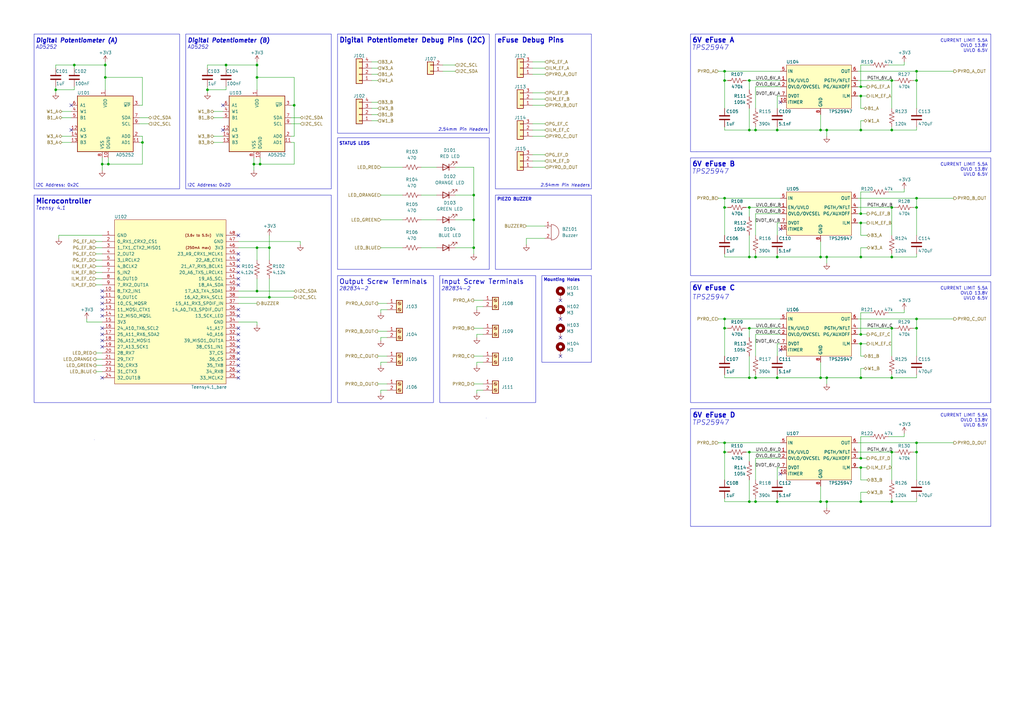
<source format=kicad_sch>
(kicad_sch (version 20230121) (generator eeschema)
  (paper "A3")
  (title_block (title "SPARK Testing Board") (date "2023-09-19") (rev "A") (company "Illinois Space Society") (comment 4 "Contributors: Ajay Nagi Reddy Kumdam, Bryce Mikos"))
  (lib_symbols
    (symbol "Connector:Screw_Terminal_01x02" (pin_names (offset 1.016) hide)
      (property "Reference" "J" (at 0 2.54 0))
      (property "Value" "Screw_Terminal_01x02" (at 0 -5.08 0))
      (symbol "Screw_Terminal_01x02_1_1"
        (pin passive line (at -5.08 0 0) (length 3.81) (name "Pin_1") (number "1"))
        (pin passive line (at -5.08 -2.54 0) (length 3.81) (name "Pin_2") (number "2"))
      )
    )
    (symbol "Connector_Generic:Conn_01x02" (pin_names (offset 1.016) hide)
      (property "Reference" "J" (at 0 2.54 0))
      (property "Value" "Conn_01x02" (at 0 -5.08 0))
      (symbol "Conn_01x02_1_1"
        (pin passive line (at -5.08 0 0) (length 3.81) (name "Pin_1") (number "1"))
        (pin passive line (at -5.08 -2.54 0) (length 3.81) (name "Pin_2") (number "2"))
      )
    )
    (symbol "Connector_Generic:Conn_01x03" (pin_names (offset 1.016) hide)
      (property "Reference" "J" (at 0 5.08 0))
      (property "Value" "Conn_01x03" (at 0 -5.08 0))
      (symbol "Conn_01x03_1_1"
        (pin passive line (at -5.08 2.54 0) (length 3.81) (name "Pin_1") (number "1"))
        (pin passive line (at -5.08 0 0) (length 3.81) (name "Pin_2") (number "2"))
        (pin passive line (at -5.08 -2.54 0) (length 3.81) (name "Pin_3") (number "3"))
      )
    )
    (symbol "Connector_Generic:Conn_01x04" (pin_names (offset 1.016) hide)
      (property "Reference" "J" (at 0 5.08 0))
      (property "Value" "Conn_01x04" (at 0 -7.62 0))
      (symbol "Conn_01x04_1_1"
        (pin passive line (at -5.08 2.54 0) (length 3.81) (name "Pin_1") (number "1"))
        (pin passive line (at -5.08 0 0) (length 3.81) (name "Pin_2") (number "2"))
        (pin passive line (at -5.08 -2.54 0) (length 3.81) (name "Pin_3") (number "3"))
        (pin passive line (at -5.08 -5.08 0) (length 3.81) (name "Pin_4") (number "4"))
      )
    )
    (symbol "Device:Buzzer" (pin_names (offset 0.0254) hide)
      (property "Reference" "BZ" (at 3.81 1.27 0))
      (property "Value" "Buzzer" (at 3.81 -1.27 0))
      (symbol "Buzzer_1_1"
        (pin passive line (at -2.54 2.54 0) (length 2.54) (name "-") (number "1"))
        (pin passive line (at -2.54 -2.54 0) (length 2.54) (name "+") (number "2"))
      )
    )
    (symbol "Device:C" (pin_numbers hide) (pin_names (offset 0.254))
      (property "Reference" "C" (at 0.635 2.54 0))
      (property "Value" "C" (at 0.635 -2.54 0))
      (symbol "C_1_1"
        (pin passive line (at 0 3.81 270) (length 2.794) (name "~") (number "1"))
        (pin passive line (at 0 -3.81 90) (length 2.794) (name "~") (number "2"))
      )
    )
    (symbol "Device:LED" (pin_numbers hide) (pin_names (offset 1.016) hide)
      (property "Reference" "D" (at 0 2.54 0))
      (property "Value" "LED" (at 0 -2.54 0))
      (symbol "LED_1_1"
        (pin passive line (at -3.81 0 0) (length 2.54) (name "K") (number "1"))
        (pin passive line (at 3.81 0 180) (length 2.54) (name "A") (number "2"))
      )
    )
    (symbol "Device:R_US" (pin_numbers hide) (pin_names (offset 0))
      (property "Reference" "R" (at 2.54 0 90))
      (property "Value" "R_US" (at -2.54 0 90))
      (symbol "R_US_1_1"
        (pin passive line (at 0 3.81 270) (length 1.27) (name "~") (number "1"))
        (pin passive line (at 0 -3.81 90) (length 1.27) (name "~") (number "2"))
      )
    )
    (symbol "MCU_Teensy:Teensy4.1_bare" (pin_names (offset 1.016))
      (property "Reference" "U2" (at 0 66.04 0))
      (property "Value" "Teensy4.1_bare" (at 0 63.5 0))
      (property "Footprint" "Teensy4.1bare:Teensy41_bare_pins" (at 0 -13.97 0))
      (symbol "Teensy4.1_bare_0_0"
        (text "(250mA max)" (at 11.43 49.53 0) (effects (font (size 1.016 1.016))))
        (text "(3.6v to 5.5v)" (at 11.43 54.61 0) (effects (font (size 1.016 1.016))))
        (pin bidirectional line (at -27.94 31.75 0) (length 5.08) (name "8_TX2_IN1") (number "10"))
        (pin bidirectional line (at -27.94 29.21 0) (length 5.08) (name "9_OUT1C") (number "11"))
        (pin bidirectional line (at -27.94 26.67 0) (length 5.08) (name "10_CS_MQSR") (number "12"))
        (pin bidirectional line (at -27.94 24.13 0) (length 5.08) (name "11_MOSI_CTX1") (number "13"))
        (pin bidirectional line (at -27.94 21.59 0) (length 5.08) (name "12_MISO_MQSL") (number "14"))
        (pin power_in line (at -27.94 19.05 0) (length 5.08) (name "3V3") (number "15"))
        (pin bidirectional line (at -27.94 16.51 0) (length 5.08) (name "24_A10_TX6_SCL2") (number "16"))
        (pin bidirectional line (at -27.94 13.97 0) (length 5.08) (name "25_A11_RX6_SDA2") (number "17"))
        (pin bidirectional line (at -27.94 11.43 0) (length 5.08) (name "26_A12_MOSI1") (number "18"))
        (pin bidirectional line (at -27.94 8.89 0) (length 5.08) (name "27_A13_SCK1") (number "19"))
        (pin bidirectional line (at -27.94 6.35 0) (length 5.08) (name "28_RX7") (number "20"))
        (pin bidirectional line (at -27.94 3.81 0) (length 5.08) (name "29_TX7") (number "21"))
        (pin bidirectional line (at -27.94 1.27 0) (length 5.08) (name "30_CRX3") (number "22"))
        (pin bidirectional line (at -27.94 -1.27 0) (length 5.08) (name "31_CTX3") (number "23"))
        (pin bidirectional line (at -27.94 -3.81 0) (length 5.08) (name "32_OUT1B") (number "24"))
        (pin bidirectional line (at 27.94 -3.81 180) (length 5.08) (name "33_MCLK2") (number "25"))
        (pin bidirectional line (at 27.94 -1.27 180) (length 5.08) (name "34_RX8") (number "26"))
        (pin bidirectional line (at 27.94 1.27 180) (length 5.08) (name "35_TX8") (number "27"))
        (pin bidirectional line (at 27.94 3.81 180) (length 5.08) (name "36_CS") (number "28"))
        (pin bidirectional line (at 27.94 6.35 180) (length 5.08) (name "37_CS") (number "29"))
        (pin bidirectional line (at 27.94 8.89 180) (length 5.08) (name "38_CS1_IN1") (number "30"))
        (pin bidirectional line (at 27.94 11.43 180) (length 5.08) (name "39_MISO1_OUT1A") (number "31"))
        (pin bidirectional line (at 27.94 13.97 180) (length 5.08) (name "40_A16") (number "32"))
        (pin bidirectional line (at 27.94 16.51 180) (length 5.08) (name "41_A17") (number "33"))
        (pin bidirectional line (at 27.94 21.59 180) (length 5.08) (name "13_SCK_LED") (number "35"))
        (pin bidirectional line (at 27.94 24.13 180) (length 5.08) (name "14_A0_TX3_SPDIF_OUT") (number "36"))
        (pin bidirectional line (at 27.94 26.67 180) (length 5.08) (name "15_A1_RX3_SPDIF_IN") (number "37"))
        (pin bidirectional line (at 27.94 29.21 180) (length 5.08) (name "16_A2_RX4_SCL1") (number "38"))
        (pin bidirectional line (at 27.94 31.75 180) (length 5.08) (name "17_A3_TX4_SDA1") (number "39"))
        (pin bidirectional line (at 27.94 34.29 180) (length 5.08) (name "18_A4_SDA") (number "40"))
        (pin bidirectional line (at 27.94 36.83 180) (length 5.08) (name "19_A5_SCL") (number "41"))
        (pin bidirectional line (at 27.94 39.37 180) (length 5.08) (name "20_A6_TX5_LRCLK1") (number "42"))
        (pin bidirectional line (at 27.94 41.91 180) (length 5.08) (name "21_A7_RX5_BCLK1") (number "43"))
        (pin bidirectional line (at 27.94 44.45 180) (length 5.08) (name "22_A8_CTX1") (number "44"))
        (pin bidirectional line (at 27.94 46.99 180) (length 5.08) (name "23_A9_CRX1_MCLK1") (number "45"))
        (pin power_in line (at 27.94 49.53 180) (length 5.08) (name "3V3") (number "46"))
        (pin power_in line (at 27.94 52.07 180) (length 5.08) (name "GND") (number "47"))
        (pin power_in line (at 27.94 54.61 180) (length 5.08) (name "VIN") (number "48"))
        (pin bidirectional line (at -27.94 44.45 0) (length 5.08) (name "3_LRCLK2") (number "5"))
        (pin bidirectional line (at -27.94 41.91 0) (length 5.08) (name "4_BCLK2") (number "6"))
        (pin bidirectional line (at -27.94 39.37 0) (length 5.08) (name "5_IN2") (number "7"))
        (pin bidirectional line (at -27.94 36.83 0) (length 5.08) (name "6_OUT1D") (number "8"))
        (pin bidirectional line (at -27.94 34.29 0) (length 5.08) (name "7_RX2_OUT1A") (number "9"))
      )
      (symbol "Teensy4.1_bare_1_1"
        (pin power_in line (at -27.94 54.61 0) (length 5.08) (name "GND") (number "1"))
        (pin bidirectional line (at -27.94 52.07 0) (length 5.08) (name "0_RX1_CRX2_CS1") (number "2"))
        (pin bidirectional line (at -27.94 49.53 0) (length 5.08) (name "1_TX1_CTX2_MISO1") (number "3"))
        (pin power_in line (at 27.94 19.05 180) (length 5.08) (name "GND") (number "34"))
        (pin bidirectional line (at -27.94 46.99 0) (length 5.08) (name "2_OUT2") (number "4"))
      )
    )
    (symbol "Mechanical:MountingHole_Pad" (pin_numbers hide) (pin_names (offset 1.016) hide)
      (property "Reference" "H" (at 0 6.35 0))
      (property "Value" "MountingHole_Pad" (at 0 4.445 0))
      (symbol "MountingHole_Pad_1_1"
        (pin input line (at 0 -2.54 90) (length 2.54) (name "1") (number "1"))
      )
    )
    (symbol "Potentiometer_Analog:AD5252" (pin_names (offset 1.016))
      (property "Reference" "U" (at -11.43 12.7 0))
      (property "Value" "AD5252" (at 3.81 -13.97 0))
      (symbol "AD5252_1_0"
        (pin power_in line (at 0 13.97 270) (length 2.54) (name "VDD") (number "1"))
        (pin passive line (at 1.27 -13.97 90) (length 2.54) (name "DGND") (number "10"))
        (pin passive line (at 13.97 -7.62 180) (length 2.54) (name "AD1") (number "11"))
        (pin passive line (at -13.97 -2.54 0) (length 2.54) (name "A3") (number "12"))
        (pin passive line (at -13.97 -7.62 0) (length 2.54) (name "B3") (number "13"))
        (pin passive line (at -13.97 -5.08 0) (length 2.54) (name "W3") (number "14"))
        (pin passive line (at 13.97 -5.08 180) (length 2.54) (name "AD0") (number "2"))
        (pin passive line (at 13.97 7.62 180) (length 2.54) (name "~{WP}") (number "3"))
        (pin passive line (at -13.97 5.08 0) (length 2.54) (name "W1") (number "4"))
        (pin passive line (at -13.97 2.54 0) (length 2.54) (name "B1") (number "5"))
        (pin passive line (at -13.97 7.62 0) (length 2.54) (name "A1") (number "6"))
        (pin passive line (at 13.97 2.54 180) (length 2.54) (name "SDA") (number "7"))
        (pin power_in line (at -1.27 -13.97 90) (length 2.54) (name "VSS") (number "8"))
        (pin passive line (at 13.97 0 180) (length 2.54) (name "SCL") (number "9"))
      )
    )
    (symbol "Power_eFuse:TPS25947"
      (property "Reference" "U" (at -13.97 12.7 0))
      (property "Value" "TPS25947" (at 8.255 12.7 0))
      (symbol "TPS25947_0_0"
        (pin input line (at -16.51 5.08 0) (length 2.54) (name "EN/UVLO") (number "1"))
        (pin output line (at -16.51 -3.81 0) (length 2.54) (name "ITIMER") (number "10"))
        (pin input line (at -16.51 2.54 0) (length 2.54) (name "OVLO/OVCSEL") (number "2"))
        (pin output line (at 15.24 2.54 180) (length 2.54) (name "PG/AUXOFF") (number "3"))
        (pin bidirectional line (at 15.24 5.08 180) (length 2.54) (name "PGTH/NFLT") (number "4"))
        (pin power_in line (at -16.51 8.89 0) (length 2.54) (name "IN") (number "5"))
        (pin power_out line (at 15.24 8.89 180) (length 2.54) (name "OUT") (number "6"))
        (pin output line (at -16.51 -1.27 0) (length 2.54) (name "DVDT") (number "7"))
        (pin input line (at 0 -8.89 90) (length 2.54) (name "GND") (number "8"))
        (pin output line (at 15.24 -1.27 180) (length 2.54) (name "ILM") (number "9"))
      )
    )
    (symbol "power:+3V3" (power) (pin_names (offset 0))
      (property "Value" "+3V3" (at 0 3.556 0))
      (symbol "+3V3_1_1"
        (pin power_in line (at 0 0 90) (length 0) hide (name "+3V3") (number "1"))
      )
    )
    (symbol "power:GND" (power) (pin_names (offset 0))
      (property "Value" "GND" (at 0 -3.81 0))
      (symbol "GND_1_1"
        (pin power_in line (at 0 0 270) (length 0) hide (name "GND") (number "1"))
      )
    )
  )
  (junction (at 307.34 134.62))
  (junction (at 318.77 205.74))
  (junction (at 339.09 105.41))
  (junction (at 365.76 185.42))
  (junction (at 307.34 205.74))
  (junction (at 297.18 85.09))
  (junction (at 105.41 26.67))
  (junction (at 85.09 36.83))
  (junction (at 41.91 67.31))
  (junction (at 297.18 81.28))
  (junction (at 318.77 105.41))
  (junction (at 106.68 67.31))
  (junction (at 307.34 154.94))
  (junction (at 105.41 31.75))
  (junction (at 336.55 53.34))
  (junction (at 309.88 105.41))
  (junction (at 336.55 154.94))
  (junction (at 353.06 35.56))
  (junction (at 353.06 53.34))
  (junction (at 375.92 85.09))
  (junction (at 307.34 105.41))
  (junction (at 375.92 29.21))
  (junction (at 43.18 31.75))
  (junction (at 365.76 53.34))
  (junction (at 365.76 85.09))
  (junction (at 309.88 53.34))
  (junction (at 375.92 130.81))
  (junction (at 297.18 181.61))
  (junction (at 353.06 91.44))
  (junction (at 353.06 140.97))
  (junction (at 307.34 53.34))
  (junction (at 353.06 191.77))
  (junction (at 365.76 134.62))
  (junction (at 375.92 134.62))
  (junction (at 336.55 105.41))
  (junction (at 307.34 85.09))
  (junction (at 104.14 67.31))
  (junction (at 297.18 185.42))
  (junction (at 58.42 58.42))
  (junction (at 43.18 26.67))
  (junction (at 120.65 43.18))
  (junction (at 336.55 205.74))
  (junction (at 339.09 154.94))
  (junction (at 307.34 33.02))
  (junction (at 194.31 80.01))
  (junction (at 318.77 154.94))
  (junction (at 22.86 36.83))
  (junction (at 353.06 105.41))
  (junction (at 353.06 87.63))
  (junction (at 92.71 26.67))
  (junction (at 297.18 134.62))
  (junction (at 365.76 154.94))
  (junction (at 194.31 101.6))
  (junction (at 339.09 205.74))
  (junction (at 339.09 53.34))
  (junction (at 297.18 29.21))
  (junction (at 105.41 101.6))
  (junction (at 375.92 185.42))
  (junction (at 365.76 33.02))
  (junction (at 353.06 154.94))
  (junction (at 309.88 154.94))
  (junction (at 353.06 187.96))
  (junction (at 110.49 121.92))
  (junction (at 365.76 105.41))
  (junction (at 44.45 67.31))
  (junction (at 297.18 33.02))
  (junction (at 30.48 26.67))
  (junction (at 105.41 119.38))
  (junction (at 353.06 137.16))
  (junction (at 353.06 205.74))
  (junction (at 353.06 39.37))
  (junction (at 318.77 53.34))
  (junction (at 375.92 33.02))
  (junction (at 365.76 205.74))
  (junction (at 375.92 81.28))
  (junction (at 307.34 185.42))
  (junction (at 194.31 90.17))
  (junction (at 375.92 181.61))
  (junction (at 309.88 205.74))
  (junction (at 110.49 101.6))
  (junction (at 297.18 130.81))
  (no_connect (at 229.87 130.81))
  (no_connect (at 229.87 146.05))
  (no_connect (at 97.79 106.68))
  (no_connect (at 97.79 139.7))
  (no_connect (at 229.87 138.43))
  (no_connect (at 41.91 121.92))
  (no_connect (at 229.87 123.19))
  (no_connect (at 29.21 43.18))
  (no_connect (at 97.79 116.84))
  (no_connect (at 97.79 152.4))
  (no_connect (at 41.91 134.62))
  (no_connect (at 320.04 93.98))
  (no_connect (at 29.21 53.34))
  (no_connect (at 97.79 147.32))
  (no_connect (at 41.91 127))
  (no_connect (at 97.79 129.54))
  (no_connect (at 97.79 114.3))
  (no_connect (at 97.79 154.94))
  (no_connect (at 97.79 149.86))
  (no_connect (at 41.91 137.16))
  (no_connect (at 97.79 137.16))
  (no_connect (at 41.91 142.24))
  (no_connect (at 320.04 41.91))
  (no_connect (at 97.79 142.24))
  (no_connect (at 97.79 111.76))
  (no_connect (at 41.91 119.38))
  (no_connect (at 97.79 144.78))
  (no_connect (at 320.04 143.51))
  (no_connect (at 320.04 194.31))
  (no_connect (at 97.79 104.14))
  (no_connect (at 97.79 127))
  (no_connect (at 41.91 139.7))
  (no_connect (at 91.44 43.18))
  (no_connect (at 97.79 109.22))
  (no_connect (at 41.91 154.94))
  (no_connect (at 91.44 53.34))
  (no_connect (at 97.79 134.62))
  (no_connect (at 41.91 129.54))
  (no_connect (at 97.79 96.52))
  (no_connect (at 41.91 124.46))
  (wire (pts (xy 307.34 205.74) (xy 297.18 205.74)))
  (wire (pts (xy 318.77 39.37) (xy 320.04 39.37)))
  (wire (pts (xy 354.33 49.53) (xy 353.06 49.53)))
  (wire (pts (xy 154.94 25.4) (xy 152.4 25.4)))
  (wire (pts (xy 375.92 81.28) (xy 391.16 81.28)))
  (wire (pts (xy 365.76 105.41) (xy 365.76 104.14)))
  (wire (pts (xy 297.18 185.42) (xy 298.45 185.42)))
  (wire (pts (xy 172.72 68.58) (xy 179.07 68.58)))
  (wire (pts (xy 194.31 157.48) (xy 198.12 157.48)))
  (wire (pts (xy 353.06 137.16) (xy 355.6 137.16)))
  (wire (pts (xy 354.33 151.13) (xy 353.06 151.13)))
  (wire (pts (xy 336.55 105.41) (xy 339.09 105.41)))
  (wire (pts (xy 156.21 160.02) (xy 156.21 161.29)))
  (wire (pts (xy 154.94 44.45) (xy 152.4 44.45)))
  (wire (pts (xy 297.18 185.42) (xy 297.18 196.85)))
  (wire (pts (xy 309.88 153.67) (xy 309.88 154.94)))
  (wire (pts (xy 365.76 85.09) (xy 367.03 85.09)))
  (wire (pts (xy 353.06 26.67) (xy 353.06 35.56)))
  (wire (pts (xy 297.18 181.61) (xy 297.18 185.42)))
  (wire (pts (xy 110.49 96.52) (xy 110.49 101.6)))
  (wire (pts (xy 375.92 181.61) (xy 375.92 185.42)))
  (wire (pts (xy 119.38 48.26) (xy 123.19 48.26)))
  (wire (pts (xy 318.77 39.37) (xy 318.77 44.45)))
  (wire (pts (xy 364.49 26.67) (xy 370.84 26.67)))
  (wire (pts (xy 110.49 114.3) (xy 110.49 121.92)))
  (wire (pts (xy 353.06 151.13) (xy 353.06 154.94)))
  (wire (pts (xy 318.77 91.44) (xy 318.77 96.52)))
  (wire (pts (xy 218.44 68.58) (xy 223.52 68.58)))
  (wire (pts (xy 306.07 85.09) (xy 307.34 85.09)))
  (wire (pts (xy 365.76 85.09) (xy 365.76 96.52)))
  (wire (pts (xy 351.79 33.02) (xy 365.76 33.02)))
  (polyline (pts (xy 143.51 13.97) (xy 143.51 13.97)))
  (wire (pts (xy 353.06 101.6) (xy 353.06 105.41)))
  (wire (pts (xy 375.92 204.47) (xy 375.92 205.74)))
  (wire (pts (xy 186.69 101.6) (xy 194.31 101.6)))
  (wire (pts (xy 365.76 154.94) (xy 365.76 153.67)))
  (wire (pts (xy 43.18 31.75) (xy 43.18 36.83)))
  (wire (pts (xy 172.72 101.6) (xy 179.07 101.6)))
  (wire (pts (xy 318.77 205.74) (xy 336.55 205.74)))
  (wire (pts (xy 375.92 105.41) (xy 365.76 105.41)))
  (wire (pts (xy 353.06 128.27) (xy 356.87 128.27)))
  (wire (pts (xy 370.84 26.67) (xy 370.84 25.4)))
  (wire (pts (xy 120.65 58.42) (xy 120.65 67.31)))
  (wire (pts (xy 97.79 119.38) (xy 105.41 119.38)))
  (wire (pts (xy 152.4 46.99) (xy 154.94 46.99)))
  (wire (pts (xy 158.75 148.59) (xy 156.21 148.59)))
  (wire (pts (xy 339.09 105.41) (xy 353.06 105.41)))
  (wire (pts (xy 194.31 101.6) (xy 194.31 104.14)))
  (wire (pts (xy 307.34 134.62) (xy 307.34 138.43)))
  (wire (pts (xy 336.55 205.74) (xy 339.09 205.74)))
  (wire (pts (xy 154.94 157.48) (xy 158.75 157.48)))
  (wire (pts (xy 297.18 205.74) (xy 297.18 204.47)))
  (wire (pts (xy 320.04 35.56) (xy 309.88 35.56)))
  (wire (pts (xy 39.37 114.3) (xy 41.91 114.3)))
  (wire (pts (xy 309.88 87.63) (xy 309.88 96.52)))
  (wire (pts (xy 318.77 140.97) (xy 320.04 140.97)))
  (wire (pts (xy 186.69 68.58) (xy 194.31 68.58)))
  (wire (pts (xy 318.77 191.77) (xy 318.77 196.85)))
  (wire (pts (xy 123.19 99.06) (xy 97.79 99.06)))
  (wire (pts (xy 218.44 55.88) (xy 223.52 55.88)))
  (wire (pts (xy 351.79 185.42) (xy 365.76 185.42)))
  (wire (pts (xy 353.06 201.93) (xy 355.6 201.93)))
  (wire (pts (xy 307.34 105.41) (xy 309.88 105.41)))
  (wire (pts (xy 309.88 104.14) (xy 309.88 105.41)))
  (wire (pts (xy 186.69 90.17) (xy 194.31 90.17)))
  (wire (pts (xy 218.44 40.64) (xy 223.52 40.64)))
  (wire (pts (xy 39.37 109.22) (xy 41.91 109.22)))
  (wire (pts (xy 307.34 85.09) (xy 320.04 85.09)))
  (wire (pts (xy 152.4 33.02) (xy 154.94 33.02)))
  (wire (pts (xy 309.88 137.16) (xy 309.88 146.05)))
  (wire (pts (xy 97.79 121.92) (xy 110.49 121.92)))
  (wire (pts (xy 375.92 185.42) (xy 375.92 196.85)))
  (wire (pts (xy 336.55 46.99) (xy 336.55 53.34)))
  (wire (pts (xy 297.18 53.34) (xy 307.34 53.34)))
  (wire (pts (xy 365.76 134.62) (xy 367.03 134.62)))
  (wire (pts (xy 297.18 85.09) (xy 297.18 96.52)))
  (wire (pts (xy 351.79 29.21) (xy 375.92 29.21)))
  (wire (pts (xy 318.77 52.07) (xy 318.77 53.34)))
  (wire (pts (xy 297.18 33.02) (xy 298.45 33.02)))
  (wire (pts (xy 318.77 53.34) (xy 336.55 53.34)))
  (wire (pts (xy 351.79 81.28) (xy 375.92 81.28)))
  (wire (pts (xy 353.06 140.97) (xy 353.06 146.05)))
  (wire (pts (xy 218.44 30.48) (xy 223.52 30.48)))
  (wire (pts (xy 309.88 187.96) (xy 309.88 196.85)))
  (wire (pts (xy 152.4 30.48) (xy 154.94 30.48)))
  (wire (pts (xy 158.75 138.43) (xy 156.21 138.43)))
  (wire (pts (xy 218.44 25.4) (xy 223.52 25.4)))
  (wire (pts (xy 156.21 68.58) (xy 165.1 68.58)))
  (wire (pts (xy 375.92 85.09) (xy 374.65 85.09)))
  (wire (pts (xy 215.9 92.71) (xy 223.52 92.71)))
  (wire (pts (xy 318.77 204.47) (xy 318.77 205.74)))
  (wire (pts (xy 87.63 48.26) (xy 91.44 48.26)))
  (wire (pts (xy 24.13 97.79) (xy 24.13 96.52)))
  (wire (pts (xy 294.64 29.21) (xy 297.18 29.21)))
  (wire (pts (xy 297.18 154.94) (xy 307.34 154.94)))
  (wire (pts (xy 39.37 144.78) (xy 41.91 144.78)))
  (wire (pts (xy 353.06 196.85) (xy 355.6 196.85)))
  (wire (pts (xy 297.18 104.14) (xy 297.18 105.41)))
  (wire (pts (xy 339.09 53.34) (xy 339.09 55.88)))
  (wire (pts (xy 58.42 31.75) (xy 43.18 31.75)))
  (wire (pts (xy 41.91 69.85) (xy 41.91 67.31)))
  (wire (pts (xy 353.06 91.44) (xy 353.06 96.52)))
  (wire (pts (xy 198.12 137.16) (xy 195.58 137.16)))
  (wire (pts (xy 92.71 35.56) (xy 92.71 36.83)))
  (wire (pts (xy 156.21 80.01) (xy 165.1 80.01)))
  (wire (pts (xy 353.06 78.74) (xy 353.06 87.63)))
  (wire (pts (xy 154.94 135.89) (xy 158.75 135.89)))
  (wire (pts (xy 195.58 125.73) (xy 195.58 127)))
  (wire (pts (xy 375.92 181.61) (xy 391.16 181.61)))
  (wire (pts (xy 307.34 33.02) (xy 307.34 36.83)))
  (wire (pts (xy 353.06 35.56) (xy 355.6 35.56)))
  (wire (pts (xy 194.31 123.19) (xy 198.12 123.19)))
  (wire (pts (xy 365.76 185.42) (xy 365.76 196.85)))
  (wire (pts (xy 92.71 27.94) (xy 92.71 26.67)))
  (wire (pts (xy 218.44 63.5) (xy 223.52 63.5)))
  (wire (pts (xy 154.94 41.91) (xy 152.4 41.91)))
  (wire (pts (xy 307.34 53.34) (xy 309.88 53.34)))
  (wire (pts (xy 307.34 146.05) (xy 307.34 154.94)))
  (wire (pts (xy 351.79 35.56) (xy 353.06 35.56)))
  (wire (pts (xy 154.94 124.46) (xy 158.75 124.46)))
  (wire (pts (xy 365.76 205.74) (xy 365.76 204.47)))
  (wire (pts (xy 339.09 205.74) (xy 339.09 208.28)))
  (wire (pts (xy 97.79 124.46) (xy 105.41 124.46)))
  (wire (pts (xy 110.49 121.92) (xy 120.65 121.92)))
  (wire (pts (xy 353.06 96.52) (xy 355.6 96.52)))
  (wire (pts (xy 375.92 33.02) (xy 374.65 33.02)))
  (wire (pts (xy 186.69 80.01) (xy 194.31 80.01)))
  (wire (pts (xy 375.92 53.34) (xy 365.76 53.34)))
  (wire (pts (xy 41.91 67.31) (xy 41.91 64.77)))
  (wire (pts (xy 307.34 33.02) (xy 320.04 33.02)))
  (wire (pts (xy 339.09 105.41) (xy 339.09 107.95)))
  (wire (pts (xy 194.31 90.17) (xy 194.31 101.6)))
  (wire (pts (xy 158.75 127) (xy 156.21 127)))
  (wire (pts (xy 351.79 134.62) (xy 365.76 134.62)))
  (wire (pts (xy 375.92 130.81) (xy 375.92 134.62)))
  (wire (pts (xy 85.09 36.83) (xy 85.09 38.1)))
  (polyline (pts (xy 285.75 62.23) (xy 285.75 62.23)))
  (wire (pts (xy 320.04 87.63) (xy 309.88 87.63)))
  (wire (pts (xy 353.06 105.41) (xy 365.76 105.41)))
  (wire (pts (xy 370.84 77.47) (xy 370.84 78.74)))
  (wire (pts (xy 154.94 27.94) (xy 152.4 27.94)))
  (wire (pts (xy 39.37 104.14) (xy 41.91 104.14)))
  (wire (pts (xy 318.77 91.44) (xy 320.04 91.44)))
  (wire (pts (xy 307.34 96.52) (xy 307.34 105.41)))
  (wire (pts (xy 181.61 26.67) (xy 186.69 26.67)))
  (wire (pts (xy 35.56 132.08) (xy 41.91 132.08)))
  (wire (pts (xy 353.06 140.97) (xy 355.6 140.97)))
  (wire (pts (xy 105.41 119.38) (xy 120.65 119.38)))
  (wire (pts (xy 119.38 58.42) (xy 120.65 58.42)))
  (wire (pts (xy 353.06 78.74) (xy 356.87 78.74)))
  (wire (pts (xy 297.18 81.28) (xy 320.04 81.28)))
  (wire (pts (xy 106.68 67.31) (xy 106.68 64.77)))
  (wire (pts (xy 351.79 140.97) (xy 353.06 140.97)))
  (wire (pts (xy 110.49 106.68) (xy 110.49 101.6)))
  (wire (pts (xy 309.88 53.34) (xy 318.77 53.34)))
  (wire (pts (xy 336.55 154.94) (xy 339.09 154.94)))
  (wire (pts (xy 375.92 134.62) (xy 375.92 146.05)))
  (wire (pts (xy 22.86 26.67) (xy 22.86 27.94)))
  (wire (pts (xy 123.19 100.33) (xy 123.19 99.06)))
  (wire (pts (xy 105.41 133.35) (xy 105.41 132.08)))
  (wire (pts (xy 375.92 185.42) (xy 374.65 185.42)))
  (wire (pts (xy 194.31 68.58) (xy 194.31 80.01)))
  (wire (pts (xy 370.84 78.74) (xy 364.49 78.74)))
  (wire (pts (xy 353.06 101.6) (xy 355.6 101.6)))
  (wire (pts (xy 120.65 43.18) (xy 120.65 31.75)))
  (wire (pts (xy 172.72 80.01) (xy 179.07 80.01)))
  (wire (pts (xy 339.09 53.34) (xy 353.06 53.34)))
  (wire (pts (xy 307.34 185.42) (xy 307.34 189.23)))
  (wire (pts (xy 39.37 106.68) (xy 41.91 106.68)))
  (wire (pts (xy 119.38 50.8) (xy 123.19 50.8)))
  (wire (pts (xy 320.04 187.96) (xy 309.88 187.96)))
  (wire (pts (xy 353.06 39.37) (xy 353.06 44.45)))
  (wire (pts (xy 375.92 52.07) (xy 375.92 53.34)))
  (wire (pts (xy 25.4 58.42) (xy 29.21 58.42)))
  (wire (pts (xy 309.88 154.94) (xy 318.77 154.94)))
  (wire (pts (xy 297.18 130.81) (xy 297.18 134.62)))
  (wire (pts (xy 39.37 101.6) (xy 41.91 101.6)))
  (wire (pts (xy 172.72 90.17) (xy 179.07 90.17)))
  (wire (pts (xy 58.42 43.18) (xy 57.15 43.18)))
  (wire (pts (xy 318.77 154.94) (xy 336.55 154.94)))
  (wire (pts (xy 194.31 146.05) (xy 198.12 146.05)))
  (wire (pts (xy 375.92 134.62) (xy 374.65 134.62)))
  (wire (pts (xy 365.76 53.34) (xy 365.76 52.07)))
  (wire (pts (xy 158.75 160.02) (xy 156.21 160.02)))
  (wire (pts (xy 351.79 137.16) (xy 353.06 137.16)))
  (wire (pts (xy 309.88 105.41) (xy 318.77 105.41)))
  (wire (pts (xy 39.37 149.86) (xy 41.91 149.86)))
  (wire (pts (xy 370.84 177.8) (xy 370.84 179.07)))
  (wire (pts (xy 35.56 130.81) (xy 35.56 132.08)))
  (wire (pts (xy 306.07 185.42) (xy 307.34 185.42)))
  (wire (pts (xy 353.06 191.77) (xy 355.6 191.77)))
  (wire (pts (xy 375.92 81.28) (xy 375.92 85.09)))
  (wire (pts (xy 195.58 160.02) (xy 195.58 161.29)))
  (wire (pts (xy 353.06 91.44) (xy 355.6 91.44)))
  (wire (pts (xy 353.06 39.37) (xy 355.6 39.37)))
  (wire (pts (xy 119.38 55.88) (xy 120.65 55.88)))
  (wire (pts (xy 87.63 45.72) (xy 91.44 45.72)))
  (wire (pts (xy 297.18 29.21) (xy 320.04 29.21)))
  (wire (pts (xy 120.65 67.31) (xy 106.68 67.31)))
  (wire (pts (xy 353.06 44.45) (xy 354.33 44.45)))
  (wire (pts (xy 375.92 153.67) (xy 375.92 154.94)))
  (wire (pts (xy 198.12 125.73) (xy 195.58 125.73)))
  (wire (pts (xy 218.44 50.8) (xy 223.52 50.8)))
  (wire (pts (xy 104.14 67.31) (xy 104.14 64.77)))
  (wire (pts (xy 351.79 87.63) (xy 353.06 87.63)))
  (wire (pts (xy 353.06 201.93) (xy 353.06 205.74)))
  (wire (pts (xy 198.12 148.59) (xy 195.58 148.59)))
  (wire (pts (xy 318.77 105.41) (xy 336.55 105.41)))
  (wire (pts (xy 120.65 31.75) (xy 105.41 31.75)))
  (wire (pts (xy 318.77 104.14) (xy 318.77 105.41)))
  (wire (pts (xy 353.06 154.94) (xy 365.76 154.94)))
  (wire (pts (xy 351.79 191.77) (xy 353.06 191.77)))
  (wire (pts (xy 297.18 85.09) (xy 298.45 85.09)))
  (wire (pts (xy 351.79 91.44) (xy 353.06 91.44)))
  (wire (pts (xy 218.44 66.04) (xy 223.52 66.04)))
  (wire (pts (xy 104.14 69.85) (xy 104.14 67.31)))
  (wire (pts (xy 307.34 85.09) (xy 307.34 88.9)))
  (wire (pts (xy 39.37 99.06) (xy 41.91 99.06)))
  (wire (pts (xy 351.79 181.61) (xy 375.92 181.61)))
  (polyline (pts (xy 284.48 118.11) (xy 284.48 118.11)))
  (wire (pts (xy 195.58 137.16) (xy 195.58 138.43)))
  (wire (pts (xy 57.15 50.8) (xy 60.96 50.8)))
  (wire (pts (xy 105.41 25.4) (xy 105.41 26.67)))
  (wire (pts (xy 58.42 43.18) (xy 58.42 31.75)))
  (wire (pts (xy 320.04 137.16) (xy 309.88 137.16)))
  (wire (pts (xy 22.86 36.83) (xy 22.86 38.1)))
  (wire (pts (xy 306.07 134.62) (xy 307.34 134.62)))
  (wire (pts (xy 351.79 130.81) (xy 375.92 130.81)))
  (wire (pts (xy 309.88 35.56) (xy 309.88 44.45)))
  (wire (pts (xy 105.41 31.75) (xy 105.41 36.83)))
  (wire (pts (xy 57.15 48.26) (xy 60.96 48.26)))
  (wire (pts (xy 156.21 138.43) (xy 156.21 139.7)))
  (wire (pts (xy 309.88 205.74) (xy 318.77 205.74)))
  (wire (pts (xy 353.06 146.05) (xy 354.33 146.05)))
  (wire (pts (xy 39.37 147.32) (xy 41.91 147.32)))
  (wire (pts (xy 309.88 204.47) (xy 309.88 205.74)))
  (wire (pts (xy 25.4 55.88) (xy 29.21 55.88)))
  (wire (pts (xy 198.12 160.02) (xy 195.58 160.02)))
  (wire (pts (xy 92.71 36.83) (xy 85.09 36.83)))
  (wire (pts (xy 307.34 196.85) (xy 307.34 205.74)))
  (wire (pts (xy 297.18 33.02) (xy 297.18 44.45)))
  (wire (pts (xy 307.34 44.45) (xy 307.34 53.34)))
  (wire (pts (xy 353.06 191.77) (xy 353.06 196.85)))
  (wire (pts (xy 39.37 116.84) (xy 41.91 116.84)))
  (wire (pts (xy 195.58 148.59) (xy 195.58 149.86)))
  (wire (pts (xy 351.79 39.37) (xy 353.06 39.37)))
  (wire (pts (xy 307.34 154.94) (xy 309.88 154.94)))
  (wire (pts (xy 105.41 101.6) (xy 105.41 106.68)))
  (wire (pts (xy 375.92 29.21) (xy 391.16 29.21)))
  (wire (pts (xy 365.76 33.02) (xy 367.03 33.02)))
  (wire (pts (xy 353.06 179.07) (xy 356.87 179.07)))
  (wire (pts (xy 375.92 205.74) (xy 365.76 205.74)))
  (wire (pts (xy 365.76 134.62) (xy 365.76 146.05)))
  (wire (pts (xy 218.44 43.18) (xy 223.52 43.18)))
  (wire (pts (xy 309.88 52.07) (xy 309.88 53.34)))
  (wire (pts (xy 152.4 49.53) (xy 154.94 49.53)))
  (wire (pts (xy 30.48 27.94) (xy 30.48 26.67)))
  (wire (pts (xy 58.42 67.31) (xy 44.45 67.31)))
  (wire (pts (xy 294.64 130.81) (xy 297.18 130.81)))
  (wire (pts (xy 105.41 101.6) (xy 110.49 101.6)))
  (wire (pts (xy 156.21 101.6) (xy 165.1 101.6)))
  (wire (pts (xy 92.71 26.67) (xy 85.09 26.67)))
  (wire (pts (xy 353.06 49.53) (xy 353.06 53.34)))
  (wire (pts (xy 92.71 26.67) (xy 105.41 26.67)))
  (wire (pts (xy 297.18 52.07) (xy 297.18 53.34)))
  (wire (pts (xy 39.37 111.76) (xy 41.91 111.76)))
  (wire (pts (xy 25.4 45.72) (xy 29.21 45.72)))
  (wire (pts (xy 105.41 132.08) (xy 97.79 132.08)))
  (wire (pts (xy 336.55 99.06) (xy 336.55 105.41)))
  (wire (pts (xy 87.63 55.88) (xy 91.44 55.88)))
  (wire (pts (xy 365.76 33.02) (xy 365.76 44.45)))
  (wire (pts (xy 339.09 205.74) (xy 353.06 205.74)))
  (wire (pts (xy 307.34 134.62) (xy 320.04 134.62)))
  (wire (pts (xy 318.77 153.67) (xy 318.77 154.94)))
  (wire (pts (xy 297.18 130.81) (xy 320.04 130.81)))
  (wire (pts (xy 30.48 26.67) (xy 22.86 26.67)))
  (wire (pts (xy 297.18 181.61) (xy 320.04 181.61)))
  (wire (pts (xy 104.14 67.31) (xy 106.68 67.31)))
  (wire (pts (xy 297.18 29.21) (xy 297.18 33.02)))
  (wire (pts (xy 297.18 134.62) (xy 298.45 134.62)))
  (wire (pts (xy 58.42 58.42) (xy 58.42 67.31)))
  (wire (pts (xy 318.77 140.97) (xy 318.77 146.05)))
  (wire (pts (xy 105.41 26.67) (xy 105.41 31.75)))
  (wire (pts (xy 353.06 87.63) (xy 355.6 87.63)))
  (wire (pts (xy 215.9 97.79) (xy 215.9 100.33)))
  (wire (pts (xy 353.06 53.34) (xy 365.76 53.34)))
  (wire (pts (xy 30.48 26.67) (xy 43.18 26.67)))
  (wire (pts (xy 218.44 53.34) (xy 223.52 53.34)))
  (wire (pts (xy 353.06 187.96) (xy 355.6 187.96)))
  (wire (pts (xy 120.65 43.18) (xy 120.65 55.88)))
  (wire (pts (xy 218.44 38.1) (xy 223.52 38.1)))
  (wire (pts (xy 375.92 154.94) (xy 365.76 154.94)))
  (wire (pts (xy 194.31 134.62) (xy 198.12 134.62)))
  (wire (pts (xy 218.44 27.94) (xy 223.52 27.94)))
  (wire (pts (xy 58.42 58.42) (xy 58.42 55.88)))
  (wire (pts (xy 194.31 80.01) (xy 194.31 90.17)))
  (wire (pts (xy 370.84 128.27) (xy 370.84 127)))
  (wire (pts (xy 364.49 128.27) (xy 370.84 128.27)))
  (wire (pts (xy 156.21 148.59) (xy 156.21 149.86)))
  (wire (pts (xy 39.37 152.4) (xy 41.91 152.4)))
  (wire (pts (xy 30.48 36.83) (xy 22.86 36.83)))
  (wire (pts (xy 24.13 96.52) (xy 41.91 96.52)))
  (wire (pts (xy 85.09 26.67) (xy 85.09 27.94)))
  (wire (pts (xy 22.86 36.83) (xy 22.86 35.56)))
  (wire (pts (xy 375.92 85.09) (xy 375.92 96.52)))
  (wire (pts (xy 43.18 25.4) (xy 43.18 26.67)))
  (wire (pts (xy 44.45 67.31) (xy 44.45 64.77)))
  (wire (pts (xy 375.92 130.81) (xy 391.16 130.81)))
  (wire (pts (xy 156.21 90.17) (xy 165.1 90.17)))
  (wire (pts (xy 318.77 191.77) (xy 320.04 191.77)))
  (wire (pts (xy 87.63 58.42) (xy 91.44 58.42)))
  (wire (pts (xy 30.48 35.56) (xy 30.48 36.83)))
  (wire (pts (xy 375.92 33.02) (xy 375.92 44.45)))
  (wire (pts (xy 85.09 36.83) (xy 85.09 35.56)))
  (wire (pts (xy 351.79 85.09) (xy 365.76 85.09)))
  (wire (pts (xy 25.4 48.26) (xy 29.21 48.26)))
  (wire (pts (xy 297.18 81.28) (xy 297.18 85.09)))
  (wire (pts (xy 43.18 26.67) (xy 43.18 31.75)))
  (wire (pts (xy 57.15 55.88) (xy 58.42 55.88)))
  (wire (pts (xy 120.65 43.18) (xy 119.38 43.18)))
  (wire (pts (xy 365.76 185.42) (xy 367.03 185.42)))
  (wire (pts (xy 353.06 179.07) (xy 353.06 187.96)))
  (wire (pts (xy 351.79 187.96) (xy 353.06 187.96)))
  (wire (pts (xy 97.79 101.6) (xy 105.41 101.6)))
  (wire (pts (xy 336.55 53.34) (xy 339.09 53.34)))
  (wire (pts (xy 353.06 26.67) (xy 356.87 26.67)))
  (wire (pts (xy 294.64 81.28) (xy 297.18 81.28)))
  (wire (pts (xy 336.55 148.59) (xy 336.55 154.94)))
  (wire (pts (xy 154.94 146.05) (xy 158.75 146.05)))
  (wire (pts (xy 375.92 29.21) (xy 375.92 33.02)))
  (wire (pts (xy 294.64 181.61) (xy 297.18 181.61)))
  (wire (pts (xy 339.09 154.94) (xy 339.09 157.48)))
  (wire (pts (xy 41.91 67.31) (xy 44.45 67.31)))
  (wire (pts (xy 57.15 58.42) (xy 58.42 58.42)))
  (wire (pts (xy 306.07 33.02) (xy 307.34 33.02)))
  (wire (pts (xy 307.34 185.42) (xy 320.04 185.42)))
  (wire (pts (xy 353.06 205.74) (xy 365.76 205.74)))
  (wire (pts (xy 339.09 154.94) (xy 353.06 154.94)))
  (wire (pts (xy 297.18 153.67) (xy 297.18 154.94)))
  (wire (pts (xy 156.21 127) (xy 156.21 128.27)))
  (wire (pts (xy 181.61 29.21) (xy 186.69 29.21)))
  (wire (pts (xy 375.92 104.14) (xy 375.92 105.41)))
  (wire (pts (xy 297.18 134.62) (xy 297.18 146.05)))
  (wire (pts (xy 336.55 199.39) (xy 336.55 205.74)))
  (wire (pts (xy 370.84 179.07) (xy 364.49 179.07)))
  (wire (pts (xy 297.18 105.41) (xy 307.34 105.41)))
  (wire (pts (xy 307.34 205.74) (xy 309.88 205.74)))
  (wire (pts (xy 353.06 128.27) (xy 353.06 137.16)))
  (wire (pts (xy 105.41 114.3) (xy 105.41 119.38)))
  (wire (pts (xy 223.52 97.79) (xy 215.9 97.79)))
  (rectangle (start 222.25 113.03) (end 242.57 148.59))
  (rectangle (start 38.735 180.34) (end 38.735 180.34))
  (rectangle (start 138.43 56.515) (end 200.66 110.49))
  (rectangle (start 199.39 171.45) (end 199.39 171.45))
  (rectangle (start 76.2 13.97) (end 135.89 77.47))
  (rectangle (start 283.21 13.97) (end 406.4 62.23))
  (rectangle (start 138.43 113.03) (end 177.8 165.1))
  (rectangle (start 283.21 167.64) (end 406.4 215.9))
  (rectangle (start 13.97 13.97) (end 73.66 77.47))
  (rectangle (start 283.21 64.77) (end 406.4 113.03))
  (rectangle (start 13.97 80.01) (end 135.89 165.1))
  (rectangle (start 283.21 115.57) (end 406.4 165.1))
  (rectangle (start 138.43 13.97) (end 200.66 54.61))
  (rectangle (start 16.51 82.55) (end 16.51 82.55))
  (rectangle (start 203.2 13.97) (end 242.57 77.47))
  (rectangle (start 203.2 80.01) (end 242.57 110.49))
  (rectangle (start 180.34 113.03) (end 219.71 165.1))
  (rectangle (start 16.51 85.09) (end 16.51 85.09))
  (text "CURRENT LIMIT 5.5A\nOVLO 13.8V\nUVLO 6.5V" (at 405.13 123.19 0) (effects (font (size 1.27 1.27)) (justify right bottom)))
  (text "PIEZO BUZZER\n" (at 203.835 82.55 0) (effects (font (size 1.27 1.27) (thickness 0.254) bold) (justify left bottom)))
  (text "CURRENT LIMIT 5.5A\nOVLO 13.8V\nUVLO 6.5V" (at 405.13 175.26 0) (effects (font (size 1.27 1.27)) (justify right bottom)))
  (text "Digital Potentiometer Debug Pins (I2C)\n" (at 139.065 17.78 0) (effects (font (size 2 2) (thickness 0.4) bold) (justify left bottom)))
  (text "TPS25947\n" (at 283.845 123.19 0) (effects (font (size 2 2) italic) (justify left bottom)))
  (text "AD5252" (at 14.605 20.32 0) (effects (font (size 1.5 1.5) italic) (justify left bottom)))
  (text "Mounting Holes\n" (at 222.885 115.57 0) (effects (font (size 1.27 1.27) (thickness 0.254) bold) (justify left bottom)))
  (text "CURRENT LIMIT 5.5A\nOVLO 13.8V\nUVLO 6.5V" (at 405.13 21.59 0) (effects (font (size 1.27 1.27)) (justify right bottom)))
  (text "STATUS LEDS\n" (at 139.065 59.69 0) (effects (font (size 1.27 1.27) (thickness 0.254) bold) (justify left bottom)))
  (text "6V eFuse C" (at 283.845 119.38 0) (effects (font (size 2 2) (thickness 0.4) bold) (justify left bottom)))
  (text "Teensy 4.1" (at 14.605 86.36 0) (effects (font (size 1.5 1.5) italic) (justify left bottom)))
  (text "Microcontroller" (at 14.605 83.82 0) (effects (font (size 2 2) (thickness 0.4) bold) (justify left bottom)))
  (text "6V eFuse D" (at 283.972 171.577 0) (effects (font (size 2 2) (thickness 0.4) bold) (justify left bottom)))
  (text "2.54mm Pin Headers" (at 179.705 53.975 0) (effects (font (size 1.27 1.27) italic) (justify left bottom)))
  (text "Output Screw Terminals\n" (at 139.065 116.84 0) (effects (font (size 2 2) (thickness 0.254) bold) (justify left bottom)))
  (text "6V eFuse A" (at 283.845 17.78 0) (effects (font (size 2 2) (thickness 0.4) bold) (justify left bottom)))
  (text "6V eFuse B" (at 283.845 68.58 0) (effects (font (size 2 2) (thickness 0.4) bold) (justify left bottom)))
  (text "AD5252" (at 76.835 20.32 0) (effects (font (size 1.5 1.5) italic) (justify left bottom)))
  (text "I2C Address: 0x2C" (at 14.605 76.835 0) (effects (font (size 1.27 1.27)) (justify left bottom)))
  (text "Digital Potentiometer (B)\n" (at 76.835 17.78 0) (effects (font (size 1.75 1.75) (thickness 0.35) bold italic) (justify left bottom)))
  (text "Digital Potentiometer (A)\n" (at 14.605 17.78 0) (effects (font (size 1.75 1.75) (thickness 0.35) bold italic) (justify left bottom)))
  (text "TPS25947\n" (at 283.845 174.625 0) (effects (font (size 2 2) italic) (justify left bottom)))
  (text "eFuse Debug Pins" (at 203.835 17.78 0) (effects (font (size 2 2) (thickness 0.4) bold) (justify left bottom)))
  (text "Input Screw Terminals\n" (at 180.975 116.84 0) (effects (font (size 2 2) (thickness 0.254) bold) (justify left bottom)))
  (text "TPS25947\n" (at 283.718 20.828 0) (effects (font (size 2 2) italic) (justify left bottom)))
  (text "282834-2" (at 180.975 119.38 0) (effects (font (size 1.5 1.5) italic) (justify left bottom)))
  (text "I2C Address: 0x2D" (at 76.835 76.835 0) (effects (font (size 1.27 1.27)) (justify left bottom)))
  (text "CURRENT LIMIT 5.5A\nOVLO 13.8V\nUVLO 6.5V" (at 405.13 72.39 0) (effects (font (size 1.27 1.27)) (justify right bottom)))
  (text "2.54mm Pin Headers" (at 221.615 76.835 0) (effects (font (size 1.27 1.27) italic) (justify left bottom)))
  (text "282834-2" (at 139.065 119.38 0) (effects (font (size 1.5 1.5) italic) (justify left bottom)))
  (text "TPS25947\n" (at 283.718 71.628 0) (effects (font (size 2 2) italic) (justify left bottom)))
  (label "UVLO_6V_C" (at 309.88 134.62 0))
  (label "UVLO_6V_B" (at 309.88 85.09 0))
  (label "PGTH_6V_B" (at 355.6 85.09 0))
  (label "DVDT_6V_A" (at 320.04 39.37 180))
  (label "OVLO_6V_B" (at 309.88 87.63 0))
  (label "DVDT_6V_D" (at 320.04 191.77 180))
  (label "OVLO_6V_C" (at 309.88 137.16 0))
  (label "PGTH_6V_C" (at 355.6 134.62 0))
  (label "PGTH_6V_A" (at 355.6 33.02 0))
  (label "OVLO_6V_D" (at 309.88 187.96 0))
  (label "OVLO_6V_A" (at 309.88 35.56 0))
  (label "DVDT_6V_B" (at 320.04 91.44 180))
  (label "PGTH_6V_D" (at 355.6 185.42 0))
  (label "UVLO_6V_D" (at 309.88 185.42 0))
  (label "UVLO_6V_A" (at 309.88 33.02 0))
  (label "DVDT_6V_C" (at 320.04 140.97 180))
  (hierarchical_label "B3_B" (shape input) (at 154.94 41.91 0))
  (hierarchical_label "ILM_EF_A" (shape output) (at 355.6 39.37 0))
  (hierarchical_label "BUZZER" (shape input) (at 215.9 92.71 180))
  (hierarchical_label "I2C_SDA" (shape bidirectional) (at 60.96 48.26 0))
  (hierarchical_label "PG_EF_C" (shape input) (at 223.52 50.8 0))
  (hierarchical_label "B1_A" (shape input) (at 154.94 30.48 0))
  (hierarchical_label "W1_B" (shape bidirectional) (at 354.33 151.13 0))
  (hierarchical_label "PYRO_B_OUT" (shape output) (at 391.16 81.28 0))
  (hierarchical_label "ILM_EF_B" (shape output) (at 355.6 91.44 0))
  (hierarchical_label "W3_B" (shape bidirectional) (at 355.6 201.93 0))
  (hierarchical_label "PG_EF_A" (shape input) (at 223.52 25.4 0))
  (hierarchical_label "ILM_EF_C" (shape output) (at 355.6 140.97 0))
  (hierarchical_label "B1_B" (shape input) (at 154.94 46.99 0))
  (hierarchical_label "PG_EF_C" (shape input) (at 39.37 104.14 180))
  (hierarchical_label "B3_B" (shape bidirectional) (at 87.63 58.42 180))
  (hierarchical_label "LED_ORANGE" (shape input) (at 156.21 80.01 180))
  (hierarchical_label "LED_RED" (shape input) (at 156.21 68.58 180))
  (hierarchical_label "PYRO_D_OUT" (shape output) (at 391.16 181.61 0))
  (hierarchical_label "PYRO_C_OUT" (shape output) (at 154.94 146.05 180))
  (hierarchical_label "B1_B" (shape bidirectional) (at 354.33 146.05 0))
  (hierarchical_label "PG_EF_D" (shape input) (at 223.52 63.5 0))
  (hierarchical_label "W3_A" (shape bidirectional) (at 25.4 55.88 180))
  (hierarchical_label "I2C_SCL" (shape output) (at 120.65 121.92 0))
  (hierarchical_label "PYRO_B_OUT" (shape output) (at 154.94 135.89 180))
  (hierarchical_label "W3_A" (shape bidirectional) (at 355.6 101.6 0))
  (hierarchical_label "PYRO_B_OUT" (shape input) (at 223.52 43.18 0))
  (hierarchical_label "B3_A" (shape input) (at 154.94 25.4 0))
  (hierarchical_label "W1_A" (shape bidirectional) (at 25.4 45.72 180))
  (hierarchical_label "W1_B" (shape input) (at 154.94 49.53 0))
  (hierarchical_label "I2C_SDA" (shape input) (at 186.69 29.21 0))
  (hierarchical_label "PYRO_D_OUT" (shape output) (at 154.94 157.48 180))
  (hierarchical_label "PYRO_B" (shape output) (at 194.31 134.62 180))
  (hierarchical_label "PG_EF_B" (shape output) (at 355.6 87.63 0))
  (hierarchical_label "PG_EF_D" (shape output) (at 355.6 187.96 0))
  (hierarchical_label "PYRO_A_OUT" (shape output) (at 154.94 124.46 180))
  (hierarchical_label "ILM_EF_C" (shape input) (at 39.37 114.3 180))
  (hierarchical_label "PYRO_C" (shape output) (at 194.31 146.05 180))
  (hierarchical_label "PYRO_B" (shape input) (at 294.64 81.28 180))
  (hierarchical_label "LED_BLUE" (shape output) (at 39.37 152.4 180))
  (hierarchical_label "PYRO_D" (shape input) (at 294.64 181.61 180))
  (hierarchical_label "I2C_SCL" (shape input) (at 123.19 50.8 0))
  (hierarchical_label "PYRO_A" (shape output) (at 194.31 123.19 180))
  (hierarchical_label "W1_A" (shape bidirectional) (at 354.33 49.53 0))
  (hierarchical_label "ILM_EF_C" (shape input) (at 223.52 53.34 0))
  (hierarchical_label "I2C_SDA" (shape bidirectional) (at 123.19 48.26 0))
  (hierarchical_label "PYRO_C_OUT" (shape output) (at 391.16 130.81 0))
  (hierarchical_label "B1_A" (shape bidirectional) (at 354.33 44.45 0))
  (hierarchical_label "BUZZER" (shape output) (at 105.41 124.46 0))
  (hierarchical_label "PG_EF_A" (shape output) (at 355.6 35.56 0))
  (hierarchical_label "W3_B" (shape input) (at 154.94 44.45 0))
  (hierarchical_label "B3_A" (shape bidirectional) (at 355.6 96.52 0))
  (hierarchical_label "PG_EF_C" (shape output) (at 355.6 137.16 0))
  (hierarchical_label "LED_BLUE" (shape input) (at 156.21 101.6 180))
  (hierarchical_label "LED_GREEN" (shape output) (at 39.37 149.86 180))
  (hierarchical_label "LED_GREEN" (shape input) (at 156.21 90.17 180))
  (hierarchical_label "PG_EF_B" (shape input) (at 223.52 38.1 0))
  (hierarchical_label "I2C_SDA" (shape bidirectional) (at 120.65 119.38 0))
  (hierarchical_label "ILM_EF_A" (shape input) (at 39.37 109.22 180))
  (hierarchical_label "ILM_EF_D" (shape input) (at 223.52 66.04 0))
  (hierarchical_label "I2C_SCL" (shape input) (at 186.69 26.67 0))
  (hierarchical_label "PYRO_A_OUT" (shape input) (at 223.52 30.48 0))
  (hierarchical_label "LED_ORANGE" (shape output) (at 39.37 147.32 180))
  (hierarchical_label "PYRO_C_OUT" (shape input) (at 223.52 55.88 0))
  (hierarchical_label "PYRO_D_OUT" (shape input) (at 223.52 68.58 0))
  (hierarchical_label "B3_A" (shape bidirectional) (at 25.4 58.42 180))
  (hierarchical_label "B3_B" (shape bidirectional) (at 355.6 196.85 0))
  (hierarchical_label "W1_B" (shape bidirectional) (at 87.63 45.72 180))
  (hierarchical_label "PYRO_A_OUT" (shape output) (at 391.16 29.21 0))
  (hierarchical_label "ILM_EF_B" (shape input) (at 39.37 111.76 180))
  (hierarchical_label "PG_EF_D" (shape input) (at 39.37 106.68 180))
  (hierarchical_label "PG_EF_B" (shape input) (at 39.37 101.6 180))
  (hierarchical_label "W3_B" (shape bidirectional) (at 87.63 55.88 180))
  (hierarchical_label "ILM_EF_D" (shape output) (at 355.6 191.77 0))
  (hierarchical_label "ILM_EF_A" (shape input) (at 223.52 27.94 0))
  (hierarchical_label "B1_B" (shape bidirectional) (at 87.63 48.26 180))
  (hierarchical_label "PYRO_D" (shape output) (at 194.31 157.48 180))
  (hierarchical_label "PYRO_C" (shape input) (at 294.64 130.81 180))
  (hierarchical_label "B1_A" (shape bidirectional) (at 25.4 48.26 180))
  (hierarchical_label "LED_RED" (shape output) (at 39.37 144.78 180))
  (hierarchical_label "PG_EF_A" (shape input) (at 39.37 99.06 180))
  (hierarchical_label "PYRO_A" (shape input) (at 294.64 29.21 180))
  (hierarchical_label "ILM_EF_D" (shape input) (at 39.37 116.84 180))
  (hierarchical_label "W3_A" (shape input) (at 154.94 27.94 0))
  (hierarchical_label "ILM_EF_B" (shape input) (at 223.52 40.64 0))
  (hierarchical_label "I2C_SCL" (shape input) (at 60.96 50.8 0))
  (hierarchical_label "W1_A" (shape input) (at 154.94 33.02 0))
  (symbol (lib_id "Potentiometer_Analog:AD5252") (at 43.18 50.8 0) (unit 1)
    (property "Reference" "U101" (at 31.75 38.1 0) (effects (justify left)))
    (property "Value" "AD5252" (at 47.625 63.5 0) (effects (justify left)))
    (property "Footprint" "Package_SO:TSSOP-14_4.4x5mm_P0.65mm" (effects hide))
    (property "Datasheet" "https://www.analog.com/media/en/technical-documentation/data-sheets/ad5251_5252.pdf" (effects hide))
  )
  (symbol (lib_id "Mechanical:MountingHole_Pad") (at 229.87 128.27 0) (unit 1)
    (property "Reference" "H102" (at 232.41 125.73 0) (effects (justify left)))
    (property "Value" "M3" (at 232.41 128.27 0) (effects (justify left)))
    (property "Footprint" "MountingHole:MountingHole_3.2mm_M3_Pad_Via" (effects hide))
  )
  (symbol (lib_id "Device:C") (at 318.77 200.66 0) (unit 1)
    (property "Reference" "C112" (at 321.945 198.12 0))
    (property "Value" "5.1nF" (at 321.945 203.2 0))
    (property "Footprint" "Capacitor_SMD:C_0603_1608Metric" (effects hide))
  )
  (symbol (lib_id "Device:R_US") (at 302.26 33.02 90) (unit 1)
    (property "Reference" "R107" (at 304.8 30.48 90) (effects (justify left)))
    (property "Value" "470k" (at 304.8 35.56 90) (effects (justify left)))
    (property "Footprint" "Resistor_SMD:R_0603_1608Metric" (effects hide))
  )
  (symbol (lib_id "Mechanical:MountingHole_Pad") (at 229.87 120.65 0) (unit 1)
    (property "Reference" "H101" (at 232.41 118.11 0) (effects (justify left)))
    (property "Value" "M3" (at 232.41 120.65 0) (effects (justify left)))
    (property "Footprint" "MountingHole:MountingHole_3.2mm_M3_Pad_Via" (effects hide))
  )
  (symbol (lib_id "power:+3V3") (at 370.84 25.4 0) (unit 1)
    (property "Reference" "#PWR0126" (effects hide))
    (property "Value" "+3V3" (at 368.3 21.59 0) (effects (justify left)))
  )
  (symbol (lib_id "Device:LED") (at 182.88 90.17 180) (unit 1)
    (property "Reference" "D103" (at 184.4675 83.185 0))
    (property "Value" "GREEN LED" (at 184.4675 85.725 0))
    (property "Footprint" "LED_SMD:LED_0603_1608Metric" (effects hide))
  )
  (symbol (lib_id "power:GND") (at 339.09 55.88 0) (unit 1)
    (property "Reference" "#PWR0122" (effects hide))
    (property "Value" "GND" (effects hide))
  )
  (symbol (lib_id "Device:R_US") (at 360.68 128.27 90) (unit 1)
    (property "Reference" "R121" (at 355.6 127 90))
    (property "Value" "47k" (at 364.49 127 90))
    (property "Footprint" "Resistor_SMD:R_0603_1608Metric" (effects hide))
  )
  (symbol (lib_id "Device:R_US") (at 302.26 85.09 90) (unit 1)
    (property "Reference" "R108" (at 304.8 82.55 90) (effects (justify left)))
    (property "Value" "470k" (at 304.8 87.63 90) (effects (justify left)))
    (property "Footprint" "Resistor_SMD:R_0603_1608Metric" (effects hide))
  )
  (symbol (lib_id "Device:C") (at 297.18 48.26 0) (unit 1)
    (property "Reference" "C105" (at 297.815 45.72 0) (effects (justify left)))
    (property "Value" "1uF" (at 297.815 50.8 0) (effects (justify left)))
    (property "Footprint" "Capacitor_SMD:C_0603_1608Metric" (effects hide))
  )
  (symbol (lib_id "Mechanical:MountingHole_Pad") (at 229.87 135.89 0) (unit 1)
    (property "Reference" "H103" (at 232.41 133.35 0) (effects (justify left)))
    (property "Value" "M3" (at 232.41 135.89 0) (effects (justify left)))
    (property "Footprint" "MountingHole:MountingHole_3.2mm_M3_Pad_Via" (effects hide))
  )
  (symbol (lib_id "power:GND") (at 22.86 38.1 0) (mirror y) (unit 1)
    (property "Reference" "#PWR0101" (effects hide))
    (property "Value" "GND" (effects hide))
  )
  (symbol (lib_id "Device:R_US") (at 307.34 92.71 0) (unit 1)
    (property "Reference" "R112" (at 300.99 91.44 0) (effects (justify left)))
    (property "Value" "105k" (at 300.99 93.98 0) (effects (justify left)))
    (property "Footprint" "Resistor_SMD:R_0603_1608Metric" (effects hide))
  )
  (symbol (lib_id "Device:R_US") (at 365.76 149.86 0) (unit 1)
    (property "Reference" "R125" (at 367.03 147.32 0) (effects (justify left)))
    (property "Value" "120k" (at 367.03 152.4 0) (effects (justify left)))
    (property "Footprint" "Resistor_SMD:R_0603_1608Metric" (effects hide))
  )
  (symbol (lib_id "power:GND") (at 156.21 161.29 0) (unit 1)
    (property "Reference" "#PWR0115" (effects hide))
    (property "Value" "GND" (effects hide))
  )
  (symbol (lib_id "Potentiometer_Analog:AD5252") (at 105.41 50.8 0) (unit 1)
    (property "Reference" "U103" (at 93.98 38.1 0) (effects (justify left)))
    (property "Value" "AD5252" (at 109.855 63.5 0) (effects (justify left)))
    (property "Footprint" "Package_SO:TSSOP-14_4.4x5mm_P0.65mm" (effects hide))
    (property "Datasheet" "https://www.analog.com/media/en/technical-documentation/data-sheets/ad5251_5252.pdf" (effects hide))
  )
  (symbol (lib_id "Device:R_US") (at 309.88 149.86 0) (unit 1)
    (property "Reference" "R117" (at 311.15 147.32 0) (effects (justify left)))
    (property "Value" "390k" (at 311.15 152.4 0) (effects (justify left)))
    (property "Footprint" "Resistor_SMD:R_0603_1608Metric" (effects hide))
  )
  (symbol (lib_id "Device:R_US") (at 309.88 200.66 0) (unit 1)
    (property "Reference" "R118" (at 311.15 198.12 0) (effects (justify left)))
    (property "Value" "390k" (at 311.15 203.2 0) (effects (justify left)))
    (property "Footprint" "Resistor_SMD:R_0603_1608Metric" (effects hide))
  )
  (symbol (lib_id "Connector_Generic:Conn_01x04") (at 147.32 46.99 180) (unit 1)
    (property "Reference" "J102" (at 147.32 39.37 0))
    (property "Value" "Conn_01x04" (effects hide))
    (property "Footprint" "Connector_PinHeader_2.54mm:PinHeader_1x04_P2.54mm_Vertical" (effects hide))
  )
  (symbol (lib_id "power:GND") (at 24.13 97.79 0) (unit 1)
    (property "Reference" "#PWR0102" (effects hide))
    (property "Value" "GND" (effects hide))
  )
  (symbol (lib_id "Device:R_US") (at 168.91 101.6 90) (unit 1)
    (property "Reference" "R106" (at 168.91 95.25 90))
    (property "Value" "470" (at 168.91 97.79 90))
    (property "Footprint" "Resistor_SMD:R_0603_1608Metric" (effects hide))
  )
  (symbol (lib_id "power:GND") (at 195.58 161.29 0) (unit 1)
    (property "Reference" "#PWR0120" (effects hide))
    (property "Value" "GND" (effects hide))
  )
  (symbol (lib_id "Device:R_US") (at 365.76 100.33 0) (unit 1)
    (property "Reference" "R124" (at 367.03 97.79 0) (effects (justify left)))
    (property "Value" "120k" (at 367.03 102.87 0) (effects (justify left)))
    (property "Footprint" "Resistor_SMD:R_0603_1608Metric" (effects hide))
  )
  (symbol (lib_id "Power_eFuse:TPS25947") (at 336.55 90.17 0) (unit 1)
    (property "Reference" "U105" (at 325.12 77.47 0))
    (property "Value" "TPS25947" (at 344.805 97.79 0))
    (property "Footprint" "Package_VQFN:VQFN-HR-RPW0010A" (effects hide))
    (property "Datasheet" "https://www.ti.com/lit/ds/symlink/tps25947.pdf" (effects hide))
  )
  (symbol (lib_id "MCU_Teensy:Teensy4.1_bare") (at 69.85 151.13 0) (unit 1)
    (property "Reference" "U102" (at 49.53 88.9 0))
    (property "Value" "Teensy4.1_bare" (at 85.725 158.75 0))
    (property "Footprint" "Teensy4.1bare:Teensy41_bare_pins" (effects hide))
    (property "Datasheet" "https://www.pjrc.com/store/teensy41.html" (effects hide))
  )
  (symbol (lib_id "power:+3V3") (at 105.41 25.4 0) (unit 1)
    (property "Reference" "#PWR0108" (effects hide))
    (property "Value" "+3V3" (at 105.41 21.59 0))
  )
  (symbol (lib_id "Device:R_US") (at 307.34 193.04 0) (unit 1)
    (property "Reference" "R114" (at 300.99 191.77 0) (effects (justify left)))
    (property "Value" "105k" (at 300.99 194.31 0) (effects (justify left)))
    (property "Footprint" "Resistor_SMD:R_0603_1608Metric" (effects hide))
  )
  (symbol (lib_id "Device:R_US") (at 370.84 85.09 90) (unit 1)
    (property "Reference" "R128" (at 373.38 82.55 90) (effects (justify left)))
    (property "Value" "470k" (at 373.38 87.63 90) (effects (justify left)))
    (property "Footprint" "Resistor_SMD:R_0603_1608Metric" (effects hide))
  )
  (symbol (lib_id "Connector:Screw_Terminal_01x02") (at 203.2 134.62 0) (unit 1)
    (property "Reference" "J109" (at 205.74 135.89 0) (effects (justify left)))
    (property "Value" "Screw_Terminal_01x02" (effects hide))
    (property "Footprint" "TerminalBlock_TE-Connectivity:TerminalBlock_TE_282834-2_1x02_P2.54mm_Horizontal" (effects hide))
    (property "Datasheet" "https://www.te.com/usa-en/product-282834-2.datasheet.pdf" (effects hide))
  )
  (symbol (lib_id "Connector_Generic:Conn_01x03") (at 213.36 66.04 180) (unit 1)
    (property "Reference" "J115" (at 213.36 60.96 0))
    (property "Value" "Conn_01x03" (effects hide))
    (property "Footprint" "Connector_PinHeader_2.54mm:PinHeader_1x03_P2.54mm_Vertical" (effects hide))
  )
  (symbol (lib_id "Connector_Generic:Conn_01x02") (at 176.53 29.21 180) (unit 1)
    (property "Reference" "J107" (at 176.53 24.13 0))
    (property "Value" "Conn_01x02" (effects hide))
    (property "Footprint" "Connector_PinHeader_2.54mm:PinHeader_1x02_P2.54mm_Vertical" (effects hide))
  )
  (symbol (lib_id "Device:C") (at 297.18 200.66 0) (unit 1)
    (property "Reference" "C108" (at 297.815 198.12 0) (effects (justify left)))
    (property "Value" "1uF" (at 297.815 203.2 0) (effects (justify left)))
    (property "Footprint" "Capacitor_SMD:C_0603_1608Metric" (effects hide))
  )
  (symbol (lib_id "Power_eFuse:TPS25947") (at 336.55 190.5 0) (unit 1)
    (property "Reference" "U107" (at 325.12 177.8 0))
    (property "Value" "TPS25947" (at 344.805 198.12 0))
    (property "Footprint" "Package_VQFN:VQFN-HR-RPW0010A" (effects hide))
    (property "Datasheet" "https://www.ti.com/lit/ds/symlink/tps25947.pdf" (effects hide))
  )
  (symbol (lib_id "Device:C") (at 297.18 100.33 0) (unit 1)
    (property "Reference" "C106" (at 297.815 97.79 0) (effects (justify left)))
    (property "Value" "1uF" (at 297.815 102.87 0) (effects (justify left)))
    (property "Footprint" "Capacitor_SMD:C_0603_1608Metric" (effects hide))
  )
  (symbol (lib_id "Device:C") (at 22.86 31.75 0) (mirror y) (unit 1)
    (property "Reference" "C101" (at 27.94 29.21 0) (effects (justify left)))
    (property "Value" "1uF" (at 26.67 34.29 0) (effects (justify left)))
    (property "Footprint" "Capacitor_SMD:C_0603_1608Metric" (effects hide))
  )
  (symbol (lib_id "Device:C") (at 92.71 31.75 0) (mirror y) (unit 1)
    (property "Reference" "C104" (at 97.79 29.21 0) (effects (justify left)))
    (property "Value" "100nF" (at 99.06 34.29 0) (effects (justify left)))
    (property "Footprint" "Capacitor_SMD:C_0603_1608Metric" (effects hide))
  )
  (symbol (lib_id "Connector:Screw_Terminal_01x02") (at 163.83 135.89 0) (unit 1)
    (property "Reference" "J104" (at 166.37 137.16 0) (effects (justify left)))
    (property "Value" "Screw_Terminal_01x02" (effects hide))
    (property "Footprint" "TerminalBlock_TE-Connectivity:TerminalBlock_TE_282834-2_1x02_P2.54mm_Horizontal" (effects hide))
    (property "Datasheet" "https://www.te.com/usa-en/product-282834-2.datasheet.pdf" (effects hide))
  )
  (symbol (lib_id "Device:R_US") (at 307.34 142.24 0) (unit 1)
    (property "Reference" "R113" (at 300.99 140.97 0) (effects (justify left)))
    (property "Value" "105k" (at 300.99 143.51 0) (effects (justify left)))
    (property "Footprint" "Resistor_SMD:R_0603_1608Metric" (effects hide))
  )
  (symbol (lib_id "power:+3V3") (at 370.84 177.8 0) (unit 1)
    (property "Reference" "#PWR0129" (effects hide))
    (property "Value" "+3V3" (at 368.3 173.99 0) (effects (justify left)))
  )
  (symbol (lib_id "Device:R_US") (at 365.76 200.66 0) (unit 1)
    (property "Reference" "R126" (at 367.03 198.12 0) (effects (justify left)))
    (property "Value" "120k" (at 367.03 203.2 0) (effects (justify left)))
    (property "Footprint" "Resistor_SMD:R_0603_1608Metric" (effects hide))
  )
  (symbol (lib_id "power:GND") (at 215.9 100.33 0) (unit 1)
    (property "Reference" "#PWR0121" (effects hide))
    (property "Value" "GND" (effects hide))
  )
  (symbol (lib_id "Device:C") (at 375.92 149.86 0) (unit 1)
    (property "Reference" "C115" (at 376.555 147.32 0) (effects (justify left)))
    (property "Value" "470uF" (at 376.555 152.4 0) (effects (justify left)))
    (property "Footprint" "Capacitor_SMD:C_0603_1608Metric" (effects hide))
  )
  (symbol (lib_id "power:GND") (at 339.09 208.28 0) (unit 1)
    (property "Reference" "#PWR0125" (effects hide))
    (property "Value" "GND" (effects hide))
  )
  (symbol (lib_id "power:GND") (at 195.58 149.86 0) (unit 1)
    (property "Reference" "#PWR0119" (effects hide))
    (property "Value" "GND" (effects hide))
  )
  (symbol (lib_id "Connector_Generic:Conn_01x03") (at 213.36 27.94 180) (unit 1)
    (property "Reference" "J112" (at 213.36 22.86 0))
    (property "Value" "Conn_01x03" (effects hide))
    (property "Footprint" "Connector_PinHeader_2.54mm:PinHeader_1x03_P2.54mm_Vertical" (effects hide))
  )
  (symbol (lib_id "Device:R_US") (at 309.88 48.26 0) (unit 1)
    (property "Reference" "R115" (at 311.15 45.72 0) (effects (justify left)))
    (property "Value" "390k" (at 311.15 50.8 0) (effects (justify left)))
    (property "Footprint" "Resistor_SMD:R_0603_1608Metric" (effects hide))
  )
  (symbol (lib_id "Device:R_US") (at 360.68 26.67 90) (unit 1)
    (property "Reference" "R119" (at 355.6 25.4 90))
    (property "Value" "47k" (at 364.49 25.4 90))
    (property "Footprint" "Resistor_SMD:R_0603_1608Metric" (effects hide))
  )
  (symbol (lib_id "Connector:Screw_Terminal_01x02") (at 163.83 146.05 0) (unit 1)
    (property "Reference" "J105" (at 166.37 147.32 0) (effects (justify left)))
    (property "Value" "Screw_Terminal_01x02" (effects hide))
    (property "Footprint" "TerminalBlock_TE-Connectivity:TerminalBlock_TE_282834-2_1x02_P2.54mm_Horizontal" (effects hide))
    (property "Datasheet" "https://www.te.com/usa-en/product-282834-2.datasheet.pdf" (effects hide))
  )
  (symbol (lib_id "Device:R_US") (at 360.68 179.07 90) (unit 1)
    (property "Reference" "R122" (at 355.6 177.8 90))
    (property "Value" "47k" (at 364.49 177.8 90))
    (property "Footprint" "Resistor_SMD:R_0603_1608Metric" (effects hide))
  )
  (symbol (lib_id "Device:R_US") (at 168.91 68.58 90) (unit 1)
    (property "Reference" "R103" (at 168.91 62.23 90))
    (property "Value" "470" (at 168.91 64.77 90))
    (property "Footprint" "Resistor_SMD:R_0603_1608Metric" (effects hide))
  )
  (symbol (lib_id "Device:R_US") (at 168.91 90.17 90) (unit 1)
    (property "Reference" "R105" (at 168.91 83.82 90))
    (property "Value" "470" (at 168.91 86.36 90))
    (property "Footprint" "Resistor_SMD:R_0603_1608Metric" (effects hide))
  )
  (symbol (lib_id "Connector:Screw_Terminal_01x02") (at 203.2 157.48 0) (unit 1)
    (property "Reference" "J111" (at 205.74 158.75 0) (effects (justify left)))
    (property "Value" "Screw_Terminal_01x02" (effects hide))
    (property "Footprint" "TerminalBlock_TE-Connectivity:TerminalBlock_TE_282834-2_1x02_P2.54mm_Horizontal" (effects hide))
    (property "Datasheet" "https://www.te.com/usa-en/product-282834-2.datasheet.pdf" (effects hide))
  )
  (symbol (lib_id "Device:C") (at 375.92 48.26 0) (unit 1)
    (property "Reference" "C113" (at 376.555 45.72 0) (effects (justify left)))
    (property "Value" "470uF" (at 376.555 50.8 0) (effects (justify left)))
    (property "Footprint" "Capacitor_SMD:C_0603_1608Metric" (effects hide))
  )
  (symbol (lib_id "power:GND") (at 339.09 157.48 0) (unit 1)
    (property "Reference" "#PWR0124" (effects hide))
    (property "Value" "GND" (effects hide))
  )
  (symbol (lib_id "Device:R_US") (at 370.84 185.42 90) (unit 1)
    (property "Reference" "R130" (at 373.38 182.88 90) (effects (justify left)))
    (property "Value" "470k" (at 373.38 187.96 90) (effects (justify left)))
    (property "Footprint" "Resistor_SMD:R_0603_1608Metric" (effects hide))
  )
  (symbol (lib_id "power:GND") (at 85.09 38.1 0) (mirror y) (unit 1)
    (property "Reference" "#PWR0106" (effects hide))
    (property "Value" "GND" (effects hide))
  )
  (symbol (lib_id "Device:R_US") (at 309.88 100.33 0) (unit 1)
    (property "Reference" "R116" (at 311.15 97.79 0) (effects (justify left)))
    (property "Value" "390k" (at 311.15 102.87 0) (effects (justify left)))
    (property "Footprint" "Resistor_SMD:R_0603_1608Metric" (effects hide))
  )
  (symbol (lib_id "Device:R_US") (at 370.84 134.62 90) (unit 1)
    (property "Reference" "R129" (at 373.38 132.08 90) (effects (justify left)))
    (property "Value" "470k" (at 373.38 137.16 90) (effects (justify left)))
    (property "Footprint" "Resistor_SMD:R_0603_1608Metric" (effects hide))
  )
  (symbol (lib_id "Device:C") (at 375.92 100.33 0) (unit 1)
    (property "Reference" "C114" (at 376.555 97.79 0) (effects (justify left)))
    (property "Value" "470uF" (at 376.555 102.87 0) (effects (justify left)))
    (property "Footprint" "Capacitor_SMD:C_0603_1608Metric" (effects hide))
  )
  (symbol (lib_id "Power_eFuse:TPS25947") (at 336.55 139.7 0) (unit 1)
    (property "Reference" "U106" (at 325.12 127 0))
    (property "Value" "TPS25947" (at 344.805 147.32 0))
    (property "Footprint" "Package_VQFN:VQFN-HR-RPW0010A" (effects hide))
    (property "Datasheet" "https://www.ti.com/lit/ds/symlink/tps25947.pdf" (effects hide))
  )
  (symbol (lib_id "Device:LED") (at 182.88 101.6 180) (unit 1)
    (property "Reference" "D104" (at 184.4675 93.98 0))
    (property "Value" "BLUE LED" (at 184.4675 96.52 0))
    (property "Footprint" "LED_SMD:LED_0603_1608Metric" (effects hide))
  )
  (symbol (lib_id "power:+3V3") (at 370.84 127 0) (unit 1)
    (property "Reference" "#PWR0128" (effects hide))
    (property "Value" "+3V3" (at 368.3 123.19 0) (effects (justify left)))
  )
  (symbol (lib_id "power:GND") (at 195.58 138.43 0) (unit 1)
    (property "Reference" "#PWR0118" (effects hide))
    (property "Value" "GND" (effects hide))
  )
  (symbol (lib_id "power:GND") (at 41.91 69.85 0) (unit 1)
    (property "Reference" "#PWR0104" (effects hide))
    (property "Value" "GND" (effects hide))
  )
  (symbol (lib_id "Device:C") (at 85.09 31.75 0) (mirror y) (unit 1)
    (property "Reference" "C103" (at 90.17 29.21 0) (effects (justify left)))
    (property "Value" "1uF" (at 88.9 34.29 0) (effects (justify left)))
    (property "Footprint" "Capacitor_SMD:C_0603_1608Metric" (effects hide))
  )
  (symbol (lib_id "power:GND") (at 156.21 128.27 0) (unit 1)
    (property "Reference" "#PWR0112" (effects hide))
    (property "Value" "GND" (effects hide))
  )
  (symbol (lib_id "Device:LED") (at 182.88 68.58 180) (unit 1)
    (property "Reference" "D101" (at 184.4675 61.595 0))
    (property "Value" "RED LED" (at 184.4675 64.135 0))
    (property "Footprint" "LED_SMD:LED_0603_1608Metric" (effects hide))
  )
  (symbol (lib_id "Device:R_US") (at 370.84 33.02 90) (unit 1)
    (property "Reference" "R127" (at 373.38 30.48 90) (effects (justify left)))
    (property "Value" "470k" (at 373.38 35.56 90) (effects (justify left)))
    (property "Footprint" "Resistor_SMD:R_0603_1608Metric" (effects hide))
  )
  (symbol (lib_id "Connector:Screw_Terminal_01x02") (at 163.83 124.46 0) (unit 1)
    (property "Reference" "J103" (at 166.37 125.73 0) (effects (justify left)))
    (property "Value" "Screw_Terminal_01x02" (effects hide))
    (property "Footprint" "TerminalBlock_TE-Connectivity:TerminalBlock_TE_282834-2_1x02_P2.54mm_Horizontal" (effects hide))
    (property "Datasheet" "https://www.te.com/usa-en/product-282834-2.datasheet.pdf" (effects hide))
  )
  (symbol (lib_id "Connector_Generic:Conn_01x04") (at 147.32 30.48 180) (unit 1)
    (property "Reference" "J101" (at 147.32 22.86 0))
    (property "Value" "Conn_01x04" (effects hide))
    (property "Footprint" "Connector_PinHeader_2.54mm:PinHeader_1x04_P2.54mm_Vertical" (effects hide))
  )
  (symbol (lib_id "power:GND") (at 104.14 69.85 0) (unit 1)
    (property "Reference" "#PWR0107" (effects hide))
    (property "Value" "GND" (effects hide))
  )
  (symbol (lib_id "power:+3V3") (at 110.49 96.52 0) (unit 1)
    (property "Reference" "#PWR0110" (effects hide))
    (property "Value" "+3V3" (at 107.95 92.71 0) (effects (justify left)))
  )
  (symbol (lib_id "power:GND") (at 339.09 107.95 0) (unit 1)
    (property "Reference" "#PWR0123" (effects hide))
    (property "Value" "GND" (effects hide))
  )
  (symbol (lib_id "power:GND") (at 123.19 100.33 0) (unit 1)
    (property "Reference" "#PWR0111" (effects hide))
    (property "Value" "GND" (effects hide))
  )
  (symbol (lib_id "Device:R_US") (at 307.34 40.64 0) (unit 1)
    (property "Reference" "R111" (at 300.99 39.37 0) (effects (justify left)))
    (property "Value" "105k" (at 300.99 41.91 0) (effects (justify left)))
    (property "Footprint" "Resistor_SMD:R_0603_1608Metric" (effects hide))
  )
  (symbol (lib_id "power:GND") (at 195.58 127 0) (unit 1)
    (property "Reference" "#PWR0117" (effects hide))
    (property "Value" "GND" (effects hide))
  )
  (symbol (lib_id "Device:R_US") (at 302.26 134.62 90) (unit 1)
    (property "Reference" "R109" (at 304.8 132.08 90) (effects (justify left)))
    (property "Value" "470k" (at 304.8 137.16 90) (effects (justify left)))
    (property "Footprint" "Resistor_SMD:R_0603_1608Metric" (effects hide))
  )
  (symbol (lib_id "power:GND") (at 156.21 139.7 0) (unit 1)
    (property "Reference" "#PWR0113" (effects hide))
    (property "Value" "GND" (effects hide))
  )
  (symbol (lib_id "Device:Buzzer") (at 226.06 95.25 0) (unit 1)
    (property "Reference" "BZ101" (at 230.505 93.98 0) (effects (justify left)))
    (property "Value" "Buzzer" (at 230.505 96.52 0) (effects (justify left)))
    (property "Footprint" "Buzzer_Beeper:MagneticBuzzer_PUI_AT-0927-TT-6-R" (effects hide))
  )
  (symbol (lib_id "power:+3V3") (at 370.84 77.47 0) (unit 1)
    (property "Reference" "#PWR0127" (effects hide))
    (property "Value" "+3V3" (at 368.3 73.66 0) (effects (justify left)))
  )
  (symbol (lib_id "power:GND") (at 105.41 133.35 0) (unit 1)
    (property "Reference" "#PWR0109" (effects hide))
    (property "Value" "GND" (effects hide))
  )
  (symbol (lib_id "Device:LED") (at 182.88 80.01 180) (unit 1)
    (property "Reference" "D102" (at 184.4675 72.39 0))
    (property "Value" "ORANGE LED" (at 184.4675 74.93 0))
    (property "Footprint" "LED_SMD:LED_0603_1608Metric" (effects hide))
  )
  (symbol (lib_id "Device:R_US") (at 110.49 110.49 180) (unit 1)
    (property "Reference" "R102" (at 116.84 109.22 0) (effects (justify left)))
    (property "Value" "4.12k" (at 111.76 111.76 0) (effects (justify right)))
    (property "Footprint" "Resistor_SMD:R_0603_1608Metric" (effects hide))
  )
  (symbol (lib_id "Device:C") (at 297.18 149.86 0) (unit 1)
    (property "Reference" "C107" (at 297.815 147.32 0) (effects (justify left)))
    (property "Value" "1uF" (at 297.815 152.4 0) (effects (justify left)))
    (property "Footprint" "Capacitor_SMD:C_0603_1608Metric" (effects hide))
  )
  (symbol (lib_id "Connector:Screw_Terminal_01x02") (at 163.83 157.48 0) (unit 1)
    (property "Reference" "J106" (at 166.37 158.75 0) (effects (justify left)))
    (property "Value" "Screw_Terminal_01x02" (effects hide))
    (property "Footprint" "TerminalBlock_TE-Connectivity:TerminalBlock_TE_282834-2_1x02_P2.54mm_Horizontal" (effects hide))
    (property "Datasheet" "https://www.te.com/usa-en/product-282834-2.datasheet.pdf" (effects hide))
  )
  (symbol (lib_id "power:GND") (at 194.31 104.14 0) (unit 1)
    (property "Reference" "#PWR0116" (effects hide))
    (property "Value" "GND" (effects hide))
  )
  (symbol (lib_id "power:GND") (at 156.21 149.86 0) (unit 1)
    (property "Reference" "#PWR0114" (effects hide))
    (property "Value" "GND" (effects hide))
  )
  (symbol (lib_id "Connector_Generic:Conn_01x03") (at 213.36 53.34 180) (unit 1)
    (property "Reference" "J114" (at 213.36 48.26 0))
    (property "Value" "Conn_01x03" (effects hide))
    (property "Footprint" "Connector_PinHeader_2.54mm:PinHeader_1x03_P2.54mm_Vertical" (effects hide))
  )
  (symbol (lib_id "Connector:Screw_Terminal_01x02") (at 203.2 123.19 0) (unit 1)
    (property "Reference" "J108" (at 205.74 124.46 0) (effects (justify left)))
    (property "Value" "Screw_Terminal_01x02" (effects hide))
    (property "Footprint" "TerminalBlock_TE-Connectivity:TerminalBlock_TE_282834-2_1x02_P2.54mm_Horizontal" (effects hide))
    (property "Datasheet" "https://www.te.com/usa-en/product-282834-2.datasheet.pdf" (effects hide))
  )
  (symbol (lib_id "Device:C") (at 375.92 200.66 0) (unit 1)
    (property "Reference" "C116" (at 376.555 198.12 0) (effects (justify left)))
    (property "Value" "470uF" (at 376.555 203.2 0) (effects (justify left)))
    (property "Footprint" "Capacitor_SMD:C_0603_1608Metric" (effects hide))
  )
  (symbol (lib_id "Mechanical:MountingHole_Pad") (at 229.87 143.51 0) (unit 1)
    (property "Reference" "H104" (at 232.41 140.97 0) (effects (justify left)))
    (property "Value" "M3" (at 232.41 143.51 0) (effects (justify left)))
    (property "Footprint" "MountingHole:MountingHole_3.2mm_M3_Pad_Via" (effects hide))
  )
  (symbol (lib_id "Connector_Generic:Conn_01x03") (at 213.36 40.64 180) (unit 1)
    (property "Reference" "J113" (at 213.36 35.56 0))
    (property "Value" "Conn_01x03" (effects hide))
    (property "Footprint" "Connector_PinHeader_2.54mm:PinHeader_1x03_P2.54mm_Vertical" (effects hide))
  )
  (symbol (lib_id "Device:C") (at 318.77 149.86 0) (unit 1)
    (property "Reference" "C111" (at 321.945 147.32 0))
    (property "Value" "5.1nF" (at 321.945 152.4 0))
    (property "Footprint" "Capacitor_SMD:C_0603_1608Metric" (effects hide))
  )
  (symbol (lib_id "Device:C") (at 318.77 100.33 0) (unit 1)
    (property "Reference" "C110" (at 321.945 97.79 0))
    (property "Value" "5.1nF" (at 321.945 102.87 0))
    (property "Footprint" "Capacitor_SMD:C_0603_1608Metric" (effects hide))
  )
  (symbol (lib_id "Device:R_US") (at 360.68 78.74 90) (unit 1)
    (property "Reference" "R120" (at 355.6 77.47 90))
    (property "Value" "47k" (at 364.49 77.47 90))
    (property "Footprint" "Resistor_SMD:R_0603_1608Metric" (effects hide))
  )
  (symbol (lib_id "power:+3V3") (at 43.18 25.4 0) (unit 1)
    (property "Reference" "#PWR0105" (effects hide))
    (property "Value" "+3V3" (at 43.18 21.59 0))
  )
  (symbol (lib_id "Device:C") (at 318.77 48.26 0) (unit 1)
    (property "Reference" "C109" (at 321.945 45.72 0))
    (property "Value" "5.1nF" (at 321.945 50.8 0))
    (property "Footprint" "Capacitor_SMD:C_0603_1608Metric" (effects hide))
  )
  (symbol (lib_id "Connector:Screw_Terminal_01x02") (at 203.2 146.05 0) (unit 1)
    (property "Reference" "J110" (at 205.74 147.32 0) (effects (justify left)))
    (property "Value" "Screw_Terminal_01x02" (effects hide))
    (property "Footprint" "TerminalBlock_TE-Connectivity:TerminalBlock_TE_282834-2_1x02_P2.54mm_Horizontal" (effects hide))
    (property "Datasheet" "https://www.te.com/usa-en/product-282834-2.datasheet.pdf" (effects hide))
  )
  (symbol (lib_id "Device:C") (at 30.48 31.75 0) (mirror y) (unit 1)
    (property "Reference" "C102" (at 35.56 29.21 0) (effects (justify left)))
    (property "Value" "100nF" (at 36.83 34.29 0) (effects (justify left)))
    (property "Footprint" "Capacitor_SMD:C_0603_1608Metric" (effects hide))
  )
  (symbol (lib_id "Device:R_US") (at 365.76 48.26 0) (unit 1)
    (property "Reference" "R123" (at 367.03 45.72 0) (effects (justify left)))
    (property "Value" "120k" (at 367.03 50.8 0) (effects (justify left)))
    (property "Footprint" "Resistor_SMD:R_0603_1608Metric" (effects hide))
  )
  (symbol (lib_id "Device:R_US") (at 168.91 80.01 90) (unit 1)
    (property "Reference" "R104" (at 168.91 73.66 90))
    (property "Value" "470" (at 168.91 76.2 90))
    (property "Footprint" "Resistor_SMD:R_0603_1608Metric" (effects hide))
  )
  (symbol (lib_id "Power_eFuse:TPS25947") (at 336.55 38.1 0) (unit 1)
    (property "Reference" "U104" (at 325.12 25.4 0))
    (property "Value" "TPS25947" (at 344.805 45.72 0))
    (property "Footprint" "Package_VQFN:VQFN-HR-RPW0010A" (effects hide))
    (property "Datasheet" "https://www.ti.com/lit/ds/symlink/tps25947.pdf" (effects hide))
  )
  (symbol (lib_id "Device:R_US") (at 302.26 185.42 90) (unit 1)
    (property "Reference" "R110" (at 304.8 182.88 90) (effects (justify left)))
    (property "Value" "470k" (at 304.8 187.96 90) (effects (justify left)))
    (property "Footprint" "Resistor_SMD:R_0603_1608Metric" (effects hide))
  )
  (symbol (lib_id "power:+3V3") (at 35.56 130.81 0) (unit 1)
    (property "Reference" "#PWR0103" (effects hide))
    (property "Value" "+3V3" (at 33.02 127 0) (effects (justify left)))
  )
  (symbol (lib_id "Device:R_US") (at 105.41 110.49 180) (unit 1)
    (property "Reference" "R101" (at 104.14 109.22 0) (effects (justify left)))
    (property "Value" "4.12k" (at 104.14 111.76 0) (effects (justify left)))
    (property "Footprint" "Resistor_SMD:R_0603_1608Metric" (effects hide))
  )
)
</source>
